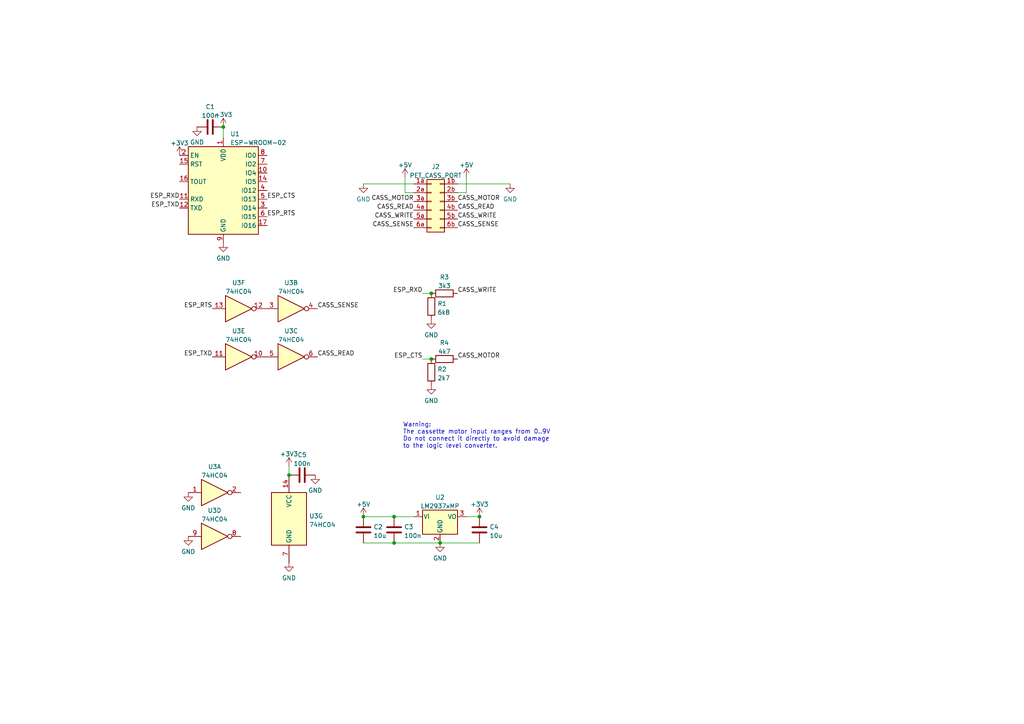
<source format=kicad_sch>
(kicad_sch (version 20211123) (generator eeschema)
  (paper "A4")
  (lib_symbols
    (symbol "74xx:74HC04"
      (property "Reference" "U" (at 0 1.27 0))
      (property "Value" "74HC04" (at 0 -1.27 0))
      (symbol "74HC04_1_0"
        (polyline (pts (xy -3.81 3.81) (xy -3.81 -3.81) (xy 3.81 0) (xy -3.81 3.81)) (stroke (width 0.254)) (fill (type background)))
        (pin input line (at -7.62 0 0) (length 3.81) (name "~") (number "1"))
        (pin output inverted (at 7.62 0 180) (length 3.81) (name "~") (number "2"))
      )
      (symbol "74HC04_2_0"
        (polyline (pts (xy -3.81 3.81) (xy -3.81 -3.81) (xy 3.81 0) (xy -3.81 3.81)) (stroke (width 0.254)) (fill (type background)))
        (pin input line (at -7.62 0 0) (length 3.81) (name "~") (number "3"))
        (pin output inverted (at 7.62 0 180) (length 3.81) (name "~") (number "4"))
      )
      (symbol "74HC04_3_0"
        (polyline (pts (xy -3.81 3.81) (xy -3.81 -3.81) (xy 3.81 0) (xy -3.81 3.81)) (stroke (width 0.254)) (fill (type background)))
        (pin input line (at -7.62 0 0) (length 3.81) (name "~") (number "5"))
        (pin output inverted (at 7.62 0 180) (length 3.81) (name "~") (number "6"))
      )
      (symbol "74HC04_4_0"
        (polyline (pts (xy -3.81 3.81) (xy -3.81 -3.81) (xy 3.81 0) (xy -3.81 3.81)) (stroke (width 0.254)) (fill (type background)))
        (pin output inverted (at 7.62 0 180) (length 3.81) (name "~") (number "8"))
        (pin input line (at -7.62 0 0) (length 3.81) (name "~") (number "9"))
      )
      (symbol "74HC04_5_0"
        (polyline (pts (xy -3.81 3.81) (xy -3.81 -3.81) (xy 3.81 0) (xy -3.81 3.81)) (stroke (width 0.254)) (fill (type background)))
        (pin output inverted (at 7.62 0 180) (length 3.81) (name "~") (number "10"))
        (pin input line (at -7.62 0 0) (length 3.81) (name "~") (number "11"))
      )
      (symbol "74HC04_6_0"
        (polyline (pts (xy -3.81 3.81) (xy -3.81 -3.81) (xy 3.81 0) (xy -3.81 3.81)) (stroke (width 0.254)) (fill (type background)))
        (pin output inverted (at 7.62 0 180) (length 3.81) (name "~") (number "12"))
        (pin input line (at -7.62 0 0) (length 3.81) (name "~") (number "13"))
      )
      (symbol "74HC04_7_0"
        (pin power_in line (at 0 12.7 270) (length 5.08) (name "VCC") (number "14"))
        (pin power_in line (at 0 -12.7 90) (length 5.08) (name "GND") (number "7"))
      )
      (symbol "74HC04_7_1"
        (rectangle (start -5.08 7.62) (end 5.08 -7.62) (stroke (width 0.254)) (fill (type background)))
      )
    )
    (symbol "Connector_Generic:Conn_02x06_Row_Letter_Last" (pin_names (offset 1.016) hide)
      (property "Reference" "J" (at 1.27 7.62 0))
      (property "Value" "Conn_02x06_Row_Letter_Last" (at 1.27 -10.16 0))
      (symbol "Conn_02x06_Row_Letter_Last_1_1"
        (rectangle (start -1.27 -7.493) (end 0 -7.747) (stroke (width 0.1524)))
        (rectangle (start -1.27 -4.953) (end 0 -5.207) (stroke (width 0.1524)))
        (rectangle (start -1.27 -2.413) (end 0 -2.667) (stroke (width 0.1524)))
        (rectangle (start -1.27 0.127) (end 0 -0.127) (stroke (width 0.1524)))
        (rectangle (start -1.27 2.667) (end 0 2.413) (stroke (width 0.1524)))
        (rectangle (start -1.27 5.207) (end 0 4.953) (stroke (width 0.1524)))
        (rectangle (start -1.27 6.35) (end 3.81 -8.89) (stroke (width 0.254)) (fill (type background)))
        (rectangle (start 3.81 -7.493) (end 2.54 -7.747) (stroke (width 0.1524)))
        (rectangle (start 3.81 -4.953) (end 2.54 -5.207) (stroke (width 0.1524)))
        (rectangle (start 3.81 -2.413) (end 2.54 -2.667) (stroke (width 0.1524)))
        (rectangle (start 3.81 0.127) (end 2.54 -0.127) (stroke (width 0.1524)))
        (rectangle (start 3.81 2.667) (end 2.54 2.413) (stroke (width 0.1524)))
        (rectangle (start 3.81 5.207) (end 2.54 4.953) (stroke (width 0.1524)))
        (pin passive line (at -5.08 5.08 0) (length 3.81) (name "Pin_1a") (number "1a"))
        (pin passive line (at 7.62 5.08 180) (length 3.81) (name "Pin_1b") (number "1b"))
        (pin passive line (at -5.08 2.54 0) (length 3.81) (name "Pin_2a") (number "2a"))
        (pin passive line (at 7.62 2.54 180) (length 3.81) (name "Pin_2b") (number "2b"))
        (pin passive line (at -5.08 0 0) (length 3.81) (name "Pin_3a") (number "3a"))
        (pin passive line (at 7.62 0 180) (length 3.81) (name "Pin_3b") (number "3b"))
        (pin passive line (at -5.08 -2.54 0) (length 3.81) (name "Pin_4a") (number "4a"))
        (pin passive line (at 7.62 -2.54 180) (length 3.81) (name "Pin_4b") (number "4b"))
        (pin passive line (at -5.08 -5.08 0) (length 3.81) (name "Pin_5a") (number "5a"))
        (pin passive line (at 7.62 -5.08 180) (length 3.81) (name "Pin_5b") (number "5b"))
        (pin passive line (at -5.08 -7.62 0) (length 3.81) (name "Pin_6a") (number "6a"))
        (pin passive line (at 7.62 -7.62 180) (length 3.81) (name "Pin_6b") (number "6b"))
      )
    )
    (symbol "Device:C" (pin_numbers hide) (pin_names (offset 0.254))
      (property "Reference" "C" (at 0.635 2.54 0))
      (property "Value" "C" (at 0.635 -2.54 0))
      (symbol "C_0_1"
        (polyline (pts (xy -2.032 -0.762) (xy 2.032 -0.762)) (stroke (width 0.508)))
        (polyline (pts (xy -2.032 0.762) (xy 2.032 0.762)) (stroke (width 0.508)))
      )
      (symbol "C_1_1"
        (pin passive line (at 0 3.81 270) (length 2.794) (name "~") (number "1"))
        (pin passive line (at 0 -3.81 90) (length 2.794) (name "~") (number "2"))
      )
    )
    (symbol "Device:R" (pin_numbers hide) (pin_names (offset 0))
      (property "Reference" "R" (at 2.032 0 90))
      (property "Value" "R" (at 0 0 90))
      (symbol "R_0_1"
        (rectangle (start -1.016 -2.54) (end 1.016 2.54) (stroke (width 0.254)))
      )
      (symbol "R_1_1"
        (pin passive line (at 0 3.81 270) (length 1.27) (name "~") (number "1"))
        (pin passive line (at 0 -3.81 90) (length 1.27) (name "~") (number "2"))
      )
    )
    (symbol "RF_Module:ESP-WROOM-02"
      (property "Reference" "U" (at -7.62 13.97 0))
      (property "Value" "ESP-WROOM-02" (at 10.16 13.97 0))
      (symbol "ESP-WROOM-02_0_1"
        (rectangle (start 10.16 12.7) (end -10.16 -12.7) (stroke (width 0.254)) (fill (type background)))
      )
      (symbol "ESP-WROOM-02_1_1"
        (pin power_in line (at 0 15.24 270) (length 2.54) (name "VDD") (number "1"))
        (pin bidirectional line (at 12.7 5.08 180) (length 2.54) (name "IO4") (number "10"))
        (pin bidirectional line (at -12.7 -2.54 0) (length 2.54) (name "RXD") (number "11"))
        (pin bidirectional line (at -12.7 -5.08 0) (length 2.54) (name "TXD") (number "12"))
        (pin passive line (at 0 -15.24 90) (length 2.54) hide (name "GND") (number "13"))
        (pin bidirectional line (at 12.7 2.54 180) (length 2.54) (name "IO5") (number "14"))
        (pin input line (at -12.7 7.62 0) (length 2.54) (name "RST") (number "15"))
        (pin input line (at -12.7 2.54 0) (length 2.54) (name "TOUT") (number "16"))
        (pin bidirectional line (at 12.7 -10.16 180) (length 2.54) (name "IO16") (number "17"))
        (pin passive line (at 0 -15.24 90) (length 2.54) hide (name "GND") (number "18"))
        (pin passive line (at 0 -15.24 90) (length 2.54) hide (name "GND") (number "19"))
        (pin input line (at -12.7 10.16 0) (length 2.54) (name "EN") (number "2"))
        (pin bidirectional line (at 12.7 -5.08 180) (length 2.54) (name "IO14") (number "3"))
        (pin bidirectional line (at 12.7 0 180) (length 2.54) (name "IO12") (number "4"))
        (pin bidirectional line (at 12.7 -2.54 180) (length 2.54) (name "IO13") (number "5"))
        (pin bidirectional line (at 12.7 -7.62 180) (length 2.54) (name "IO15") (number "6"))
        (pin bidirectional line (at 12.7 7.62 180) (length 2.54) (name "IO2") (number "7"))
        (pin bidirectional line (at 12.7 10.16 180) (length 2.54) (name "IO0") (number "8"))
        (pin power_in line (at 0 -15.24 90) (length 2.54) (name "GND") (number "9"))
      )
    )
    (symbol "Regulator_Linear:LM2937xMP" (pin_names (offset 0.254))
      (property "Reference" "U" (at -3.81 3.175 0))
      (property "Value" "LM2937xMP" (at 0 3.175 0))
      (symbol "LM2937xMP_0_1"
        (rectangle (start -5.08 -5.08) (end 5.08 1.905) (stroke (width 0.254)) (fill (type background)))
      )
      (symbol "LM2937xMP_1_1"
        (pin power_in line (at -7.62 0 0) (length 2.54) (name "VI") (number "1"))
        (pin power_in line (at 0 -7.62 90) (length 2.54) (name "GND") (number "2"))
        (pin power_out line (at 7.62 0 180) (length 2.54) (name "VO") (number "3"))
      )
    )
    (symbol "power:+3V3" (power) (pin_names (offset 0))
      (property "Value" "+3V3" (at 0 3.556 0))
      (symbol "+3V3_0_1"
        (polyline (pts (xy -0.762 1.27) (xy 0 2.54)))
        (polyline (pts (xy 0 0) (xy 0 2.54)))
        (polyline (pts (xy 0 2.54) (xy 0.762 1.27)))
      )
      (symbol "+3V3_1_1"
        (pin power_in line (at 0 0 90) (length 0) hide (name "+3V3") (number "1"))
      )
    )
    (symbol "power:+5V" (power) (pin_names (offset 0))
      (property "Value" "+5V" (at 0 3.556 0))
      (symbol "+5V_0_1"
        (polyline (pts (xy -0.762 1.27) (xy 0 2.54)))
        (polyline (pts (xy 0 0) (xy 0 2.54)))
        (polyline (pts (xy 0 2.54) (xy 0.762 1.27)))
      )
      (symbol "+5V_1_1"
        (pin power_in line (at 0 0 90) (length 0) hide (name "+5V") (number "1"))
      )
    )
    (symbol "power:GND" (power) (pin_names (offset 0))
      (property "Value" "GND" (at 0 -3.81 0))
      (symbol "GND_0_1"
        (polyline (pts (xy 0 0) (xy 0 -1.27) (xy 1.27 -1.27) (xy 0 -2.54) (xy -1.27 -1.27) (xy 0 -1.27)))
      )
      (symbol "GND_1_1"
        (pin power_in line (at 0 0 270) (length 0) hide (name "GND") (number "1"))
      )
    )
  )
  (junction (at 127.635 157.48))
  (junction (at 83.82 137.795))
  (junction (at 114.3 149.86))
  (junction (at 114.3 157.48))
  (junction (at 125.095 85.09))
  (junction (at 139.065 149.86))
  (junction (at 105.41 149.86))
  (junction (at 125.095 104.14))
  (junction (at 64.77 36.83))
  (wire (pts (xy 105.41 149.86) (xy 114.3 149.86)))
  (wire (pts (xy 105.41 157.48) (xy 114.3 157.48)))
  (wire (pts (xy 122.555 104.14) (xy 125.095 104.14)))
  (wire (pts (xy 83.82 137.795) (xy 83.82 135.255)))
  (wire (pts (xy 135.255 149.86) (xy 139.065 149.86)))
  (wire (pts (xy 120.015 55.88) (xy 117.475 55.88)))
  (wire (pts (xy 64.77 36.83) (xy 64.77 40.005)))
  (wire (pts (xy 114.3 157.48) (xy 127.635 157.48)))
  (wire (pts (xy 105.41 53.34) (xy 120.015 53.34)))
  (wire (pts (xy 127.635 157.48) (xy 139.065 157.48)))
  (wire (pts (xy 117.475 51.435) (xy 117.475 55.88)))
  (wire (pts (xy 132.715 53.34) (xy 147.955 53.34)))
  (wire (pts (xy 114.3 149.86) (xy 120.015 149.86)))
  (wire (pts (xy 135.255 55.88) (xy 135.255 51.435)))
  (wire (pts (xy 122.555 85.09) (xy 125.095 85.09)))
  (wire (pts (xy 132.715 55.88) (xy 135.255 55.88)))
  (text "Warning:\nThe cassette motor input ranges from 0..9V\nDo not connect it directly to avoid damage\nto the logic level converter." (at 116.84 130.175 0) (effects (font (size 1.27 1.27)) (justify left bottom)))
  (label "CASS_WRITE" (at 132.715 63.5 0))
  (label "ESP_RXD" (at 122.555 85.09 180))
  (label "ESP_RXD" (at 52.07 57.785 180))
  (label "CASS_READ" (at 120.015 60.96 180))
  (label "ESP_CTS" (at 77.47 57.785 0))
  (label "ESP_RTS" (at 77.47 62.865 0))
  (label "CASS_SENSE" (at 92.075 89.535 0))
  (label "CASS_MOTOR" (at 120.015 58.42 180))
  (label "ESP_TXD" (at 52.07 60.325 180))
  (label "ESP_RTS" (at 61.595 89.535 180))
  (label "CASS_SENSE" (at 120.015 66.04 180))
  (label "CASS_WRITE" (at 120.015 63.5 180))
  (label "CASS_WRITE" (at 132.715 85.09 0))
  (label "CASS_READ" (at 132.715 60.96 0))
  (label "CASS_MOTOR" (at 132.715 58.42 0))
  (label "CASS_READ" (at 92.075 103.505 0))
  (label "CASS_MOTOR" (at 132.715 104.14 0))
  (label "ESP_TXD" (at 61.595 103.505 180))
  (label "CASS_SENSE" (at 132.715 66.04 0))
  (label "ESP_CTS" (at 122.555 104.14 180))
  (symbol (lib_id "74xx:74HC04") (at 69.215 103.505 0) (unit 5)
    (property "Reference" "U3" (at 69.215 95.9952 0))
    (property "Value" "74HC04" (at 69.215 98.5321 0))
    (property "Footprint" "Package_SO:SOIC-14_3.9x8.7mm_P1.27mm" (effects hide))
    (property "Datasheet" "https://assets.nexperia.com/documents/data-sheet/74HC_HCT04.pdf" (effects hide))
  )
  (symbol (lib_id "Device:R") (at 125.095 107.95 180) (unit 1)
    (property "Reference" "R2" (at 126.873 107.1153 0) (effects (justify right)))
    (property "Value" "2k7" (at 126.873 109.6522 0) (effects (justify right)))
    (property "Footprint" "Resistor_SMD:R_0805_2012Metric" (effects hide))
  )
  (symbol (lib_id "power:+3V3") (at 83.82 135.255 0) (unit 1)
    (property "Reference" "#PWR0109" (effects hide))
    (property "Value" "+3V3" (at 83.82 131.6792 0))
  )
  (symbol (lib_id "Device:C") (at 114.3 153.67 0) (unit 1)
    (property "Reference" "C3" (at 117.221 152.8353 0) (effects (justify left)))
    (property "Value" "100n" (at 117.221 155.3722 0) (effects (justify left)))
    (property "Footprint" "Capacitor_SMD:C_0805_2012Metric" (effects hide))
  )
  (symbol (lib_id "power:GND") (at 64.77 70.485 0) (unit 1)
    (property "Reference" "#PWR0106" (effects hide))
    (property "Value" "GND" (at 64.77 74.9284 0))
  )
  (symbol (lib_id "power:GND") (at 57.15 36.83 0) (unit 1)
    (property "Reference" "#PWR0101" (effects hide))
    (property "Value" "GND" (at 57.15 41.2734 0))
  )
  (symbol (lib_id "Device:C") (at 105.41 153.67 0) (unit 1)
    (property "Reference" "C2" (at 108.331 152.8353 0) (effects (justify left)))
    (property "Value" "10u" (at 108.331 155.3722 0) (effects (justify left)))
    (property "Footprint" "Capacitor_SMD:C_0805_2012Metric" (effects hide))
  )
  (symbol (lib_id "Device:R") (at 125.095 88.9 180) (unit 1)
    (property "Reference" "R1" (at 126.873 88.0653 0) (effects (justify right)))
    (property "Value" "6k8" (at 126.873 90.6022 0) (effects (justify right)))
    (property "Footprint" "Resistor_SMD:R_0805_2012Metric" (effects hide))
  )
  (symbol (lib_id "Regulator_Linear:LM2937xMP") (at 127.635 149.86 0) (unit 1)
    (property "Reference" "U2" (at 127.635 144.2552 0))
    (property "Value" "LM2937xMP" (at 127.635 146.7921 0))
    (property "Footprint" "Package_TO_SOT_SMD:SOT-223-3_TabPin2" (effects hide))
    (property "Datasheet" "http://www.ti.com/lit/ds/symlink/lm2937.pdf" (effects hide))
  )
  (symbol (lib_id "74xx:74HC04") (at 62.23 155.575 0) (unit 4)
    (property "Reference" "U3" (at 62.23 148.0652 0))
    (property "Value" "74HC04" (at 62.23 150.6021 0))
    (property "Footprint" "Package_SO:SOIC-14_3.9x8.7mm_P1.27mm" (effects hide))
    (property "Datasheet" "https://assets.nexperia.com/documents/data-sheet/74HC_HCT04.pdf" (effects hide))
  )
  (symbol (lib_id "74xx:74HC04") (at 84.455 103.505 0) (unit 3)
    (property "Reference" "U3" (at 84.455 95.9952 0))
    (property "Value" "74HC04" (at 84.455 98.5321 0))
    (property "Footprint" "Package_SO:SOIC-14_3.9x8.7mm_P1.27mm" (effects hide))
    (property "Datasheet" "https://assets.nexperia.com/documents/data-sheet/74HC_HCT04.pdf" (effects hide))
  )
  (symbol (lib_id "power:GND") (at 147.955 53.34 0) (unit 1)
    (property "Reference" "#PWR0114" (effects hide))
    (property "Value" "GND" (at 147.955 57.7834 0))
  )
  (symbol (lib_id "power:+3V3") (at 139.065 149.86 0) (unit 1)
    (property "Reference" "#PWR0105" (effects hide))
    (property "Value" "+3V3" (at 139.065 146.2842 0))
  )
  (symbol (lib_id "74xx:74HC04") (at 62.23 142.875 0) (unit 1)
    (property "Reference" "U3" (at 62.23 135.3652 0))
    (property "Value" "74HC04" (at 62.23 137.9021 0))
    (property "Footprint" "Package_SO:SOIC-14_3.9x8.7mm_P1.27mm" (effects hide))
    (property "Datasheet" "https://assets.nexperia.com/documents/data-sheet/74HC_HCT04.pdf" (effects hide))
  )
  (symbol (lib_id "power:+3V3") (at 52.07 45.085 0) (unit 1)
    (property "Reference" "#PWR0117" (effects hide))
    (property "Value" "+3V3" (at 52.07 41.5092 0))
  )
  (symbol (lib_id "Device:C") (at 139.065 153.67 0) (unit 1)
    (property "Reference" "C4" (at 141.986 152.8353 0) (effects (justify left)))
    (property "Value" "10u" (at 141.986 155.3722 0) (effects (justify left)))
    (property "Footprint" "Capacitor_SMD:C_0805_2012Metric" (effects hide))
  )
  (symbol (lib_id "power:GND") (at 125.095 92.71 0) (unit 1)
    (property "Reference" "#PWR0107" (effects hide))
    (property "Value" "GND" (at 125.095 97.1534 0))
  )
  (symbol (lib_id "power:GND") (at 54.61 142.875 0) (unit 1)
    (property "Reference" "#PWR0118" (effects hide))
    (property "Value" "GND" (at 54.61 147.3184 0))
  )
  (symbol (lib_id "power:GND") (at 54.61 155.575 0) (unit 1)
    (property "Reference" "#PWR0116" (effects hide))
    (property "Value" "GND" (at 54.61 160.0184 0))
  )
  (symbol (lib_id "power:GND") (at 105.41 53.34 0) (unit 1)
    (property "Reference" "#PWR0110" (effects hide))
    (property "Value" "GND" (at 105.41 57.7834 0))
  )
  (symbol (lib_id "power:+3V3") (at 64.77 36.83 0) (unit 1)
    (property "Reference" "#PWR0102" (effects hide))
    (property "Value" "+3V3" (at 64.77 33.2542 0))
  )
  (symbol (lib_id "power:GND") (at 125.095 111.76 0) (unit 1)
    (property "Reference" "#PWR0108" (effects hide))
    (property "Value" "GND" (at 125.095 116.2034 0))
  )
  (symbol (lib_id "power:GND") (at 91.44 137.795 0) (unit 1)
    (property "Reference" "#PWR0111" (effects hide))
    (property "Value" "GND" (at 91.44 142.2384 0))
  )
  (symbol (lib_id "Connector_Generic:Conn_02x06_Row_Letter_Last") (at 125.095 58.42 0) (unit 1)
    (property "Reference" "J2" (at 126.365 48.3702 0))
    (property "Value" "PET_CASS_PORT" (at 126.365 50.9071 0))
    (property "Footprint" "onitake:Sullins_EBM06DRAN_2x06_P3.96mm_Female_Card_Edge_Right_Angle" (effects hide))
  )
  (symbol (lib_id "power:GND") (at 127.635 157.48 0) (unit 1)
    (property "Reference" "#PWR0104" (effects hide))
    (property "Value" "GND" (at 127.635 161.9234 0))
  )
  (symbol (lib_id "RF_Module:ESP-WROOM-02") (at 64.77 55.245 0) (unit 1)
    (property "Reference" "U1" (at 66.7894 38.8452 0) (effects (justify left)))
    (property "Value" "ESP-WROOM-02" (at 66.7894 41.3821 0) (effects (justify left)))
    (property "Footprint" "RF_Module:ESP-WROOM-02" (effects hide))
    (property "Datasheet" "https://www.espressif.com/sites/default/files/documentation/0c-esp-wroom-02_datasheet_en.pdf" (effects hide))
  )
  (symbol (lib_id "Device:R") (at 128.905 104.14 270) (unit 1)
    (property "Reference" "R4" (at 128.905 99.4242 90))
    (property "Value" "4k7" (at 128.905 101.9611 90))
    (property "Footprint" "Resistor_SMD:R_0805_2012Metric" (effects hide))
  )
  (symbol (lib_id "Device:C") (at 87.63 137.795 90) (unit 1)
    (property "Reference" "C5" (at 87.63 131.9362 90))
    (property "Value" "100n" (at 87.63 134.4731 90))
    (property "Footprint" "Capacitor_SMD:C_0805_2012Metric" (effects hide))
  )
  (symbol (lib_id "power:+5V") (at 105.41 149.86 0) (unit 1)
    (property "Reference" "#PWR0103" (effects hide))
    (property "Value" "+5V" (at 105.41 146.2842 0))
  )
  (symbol (lib_id "power:+5V") (at 135.255 51.435 0) (unit 1)
    (property "Reference" "#PWR0115" (effects hide))
    (property "Value" "+5V" (at 135.255 47.8592 0))
  )
  (symbol (lib_id "power:GND") (at 83.82 163.195 0) (unit 1)
    (property "Reference" "#PWR0112" (effects hide))
    (property "Value" "GND" (at 83.82 167.6384 0))
  )
  (symbol (lib_id "Device:R") (at 128.905 85.09 270) (unit 1)
    (property "Reference" "R3" (at 128.905 80.3742 90))
    (property "Value" "3k3" (at 128.905 82.9111 90))
    (property "Footprint" "Resistor_SMD:R_0805_2012Metric" (effects hide))
  )
  (symbol (lib_id "74xx:74HC04") (at 83.82 150.495 0) (unit 7)
    (property "Reference" "U3" (at 89.662 149.6603 0) (effects (justify left)))
    (property "Value" "74HC04" (at 89.662 152.1972 0) (effects (justify left)))
    (property "Footprint" "Package_SO:SOIC-14_3.9x8.7mm_P1.27mm" (effects hide))
    (property "Datasheet" "https://assets.nexperia.com/documents/data-sheet/74HC_HCT04.pdf" (effects hide))
  )
  (symbol (lib_id "Device:C") (at 60.96 36.83 90) (unit 1)
    (property "Reference" "C1" (at 60.96 30.9712 90))
    (property "Value" "100n" (at 60.96 33.5081 90))
    (property "Footprint" "Capacitor_SMD:C_0805_2012Metric" (effects hide))
  )
  (symbol (lib_id "power:+5V") (at 117.475 51.435 0) (unit 1)
    (property "Reference" "#PWR0113" (effects hide))
    (property "Value" "+5V" (at 117.475 47.8592 0))
  )
  (symbol (lib_id "74xx:74HC04") (at 84.455 89.535 0) (unit 2)
    (property "Reference" "U3" (at 84.455 82.0252 0))
    (property "Value" "74HC04" (at 84.455 84.5621 0))
    (property "Footprint" "Package_SO:SOIC-14_3.9x8.7mm_P1.27mm" (effects hide))
    (property "Datasheet" "https://assets.nexperia.com/documents/data-sheet/74HC_HCT04.pdf" (effects hide))
  )
  (symbol (lib_id "74xx:74HC04") (at 69.215 89.535 0) (unit 6)
    (property "Reference" "U3" (at 69.215 82.0252 0))
    (property "Value" "74HC04" (at 69.215 84.5621 0))
    (property "Footprint" "Package_SO:SOIC-14_3.9x8.7mm_P1.27mm" (effects hide))
    (property "Datasheet" "https://assets.nexperia.com/documents/data-sheet/74HC_HCT04.pdf" (effects hide))
  )
)
</source>
